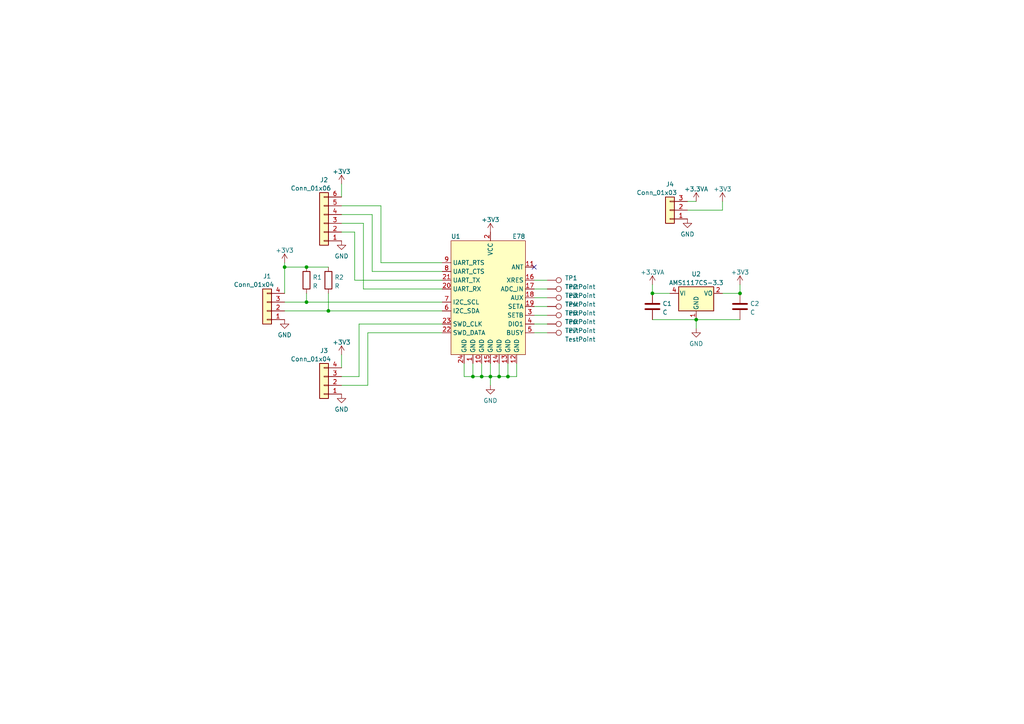
<source format=kicad_sch>
(kicad_sch (version 20230121) (generator eeschema)
  (paper "A4")
  (lib_symbols
    (symbol "Connector:TestPoint" (pin_numbers hide) (pin_names (offset 0.762) hide)
      (property "Reference" "TP" (at 0 6.858 0))
      (property "Value" "TestPoint" (at 0 5.08 0))
      (symbol "TestPoint_0_1"
        (circle (center 0 3.302) (radius 0.762))
      )
      (symbol "TestPoint_1_1"
        (pin passive line (at 0 0 90) (length 2.54) (name "1") (number "1"))
      )
    )
    (symbol "Connector_Generic:Conn_01x03" (pin_names (offset 1.016) hide)
      (property "Reference" "J" (at 0 5.08 0))
      (property "Value" "Conn_01x03" (at 0 -5.08 0))
      (symbol "Conn_01x03_1_1"
        (rectangle (start -1.27 -2.413) (end 0 -2.667) (stroke (width 0.1524)))
        (rectangle (start -1.27 0.127) (end 0 -0.127) (stroke (width 0.1524)))
        (rectangle (start -1.27 2.667) (end 0 2.413) (stroke (width 0.1524)))
        (rectangle (start -1.27 3.81) (end 1.27 -3.81) (stroke (width 0.254)) (fill (type background)))
        (pin passive line (at -5.08 2.54 0) (length 3.81) (name "Pin_1") (number "1"))
        (pin passive line (at -5.08 0 0) (length 3.81) (name "Pin_2") (number "2"))
        (pin passive line (at -5.08 -2.54 0) (length 3.81) (name "Pin_3") (number "3"))
      )
    )
    (symbol "Connector_Generic:Conn_01x04" (pin_names (offset 1.016) hide)
      (property "Reference" "J" (at 0 5.08 0))
      (property "Value" "Conn_01x04" (at 0 -7.62 0))
      (symbol "Conn_01x04_1_1"
        (rectangle (start -1.27 -4.953) (end 0 -5.207) (stroke (width 0.1524)))
        (rectangle (start -1.27 -2.413) (end 0 -2.667) (stroke (width 0.1524)))
        (rectangle (start -1.27 0.127) (end 0 -0.127) (stroke (width 0.1524)))
        (rectangle (start -1.27 2.667) (end 0 2.413) (stroke (width 0.1524)))
        (rectangle (start -1.27 3.81) (end 1.27 -6.35) (stroke (width 0.254)) (fill (type background)))
        (pin passive line (at -5.08 2.54 0) (length 3.81) (name "Pin_1") (number "1"))
        (pin passive line (at -5.08 0 0) (length 3.81) (name "Pin_2") (number "2"))
        (pin passive line (at -5.08 -2.54 0) (length 3.81) (name "Pin_3") (number "3"))
        (pin passive line (at -5.08 -5.08 0) (length 3.81) (name "Pin_4") (number "4"))
      )
    )
    (symbol "Connector_Generic:Conn_01x06" (pin_names (offset 1.016) hide)
      (property "Reference" "J" (at 0 7.62 0))
      (property "Value" "Conn_01x06" (at 0 -10.16 0))
      (symbol "Conn_01x06_1_1"
        (rectangle (start -1.27 -7.493) (end 0 -7.747) (stroke (width 0.1524)))
        (rectangle (start -1.27 -4.953) (end 0 -5.207) (stroke (width 0.1524)))
        (rectangle (start -1.27 -2.413) (end 0 -2.667) (stroke (width 0.1524)))
        (rectangle (start -1.27 0.127) (end 0 -0.127) (stroke (width 0.1524)))
        (rectangle (start -1.27 2.667) (end 0 2.413) (stroke (width 0.1524)))
        (rectangle (start -1.27 5.207) (end 0 4.953) (stroke (width 0.1524)))
        (rectangle (start -1.27 6.35) (end 1.27 -8.89) (stroke (width 0.254)) (fill (type background)))
        (pin passive line (at -5.08 5.08 0) (length 3.81) (name "Pin_1") (number "1"))
        (pin passive line (at -5.08 2.54 0) (length 3.81) (name "Pin_2") (number "2"))
        (pin passive line (at -5.08 0 0) (length 3.81) (name "Pin_3") (number "3"))
        (pin passive line (at -5.08 -2.54 0) (length 3.81) (name "Pin_4") (number "4"))
        (pin passive line (at -5.08 -5.08 0) (length 3.81) (name "Pin_5") (number "5"))
        (pin passive line (at -5.08 -7.62 0) (length 3.81) (name "Pin_6") (number "6"))
      )
    )
    (symbol "Device:C" (pin_numbers hide) (pin_names (offset 0.254))
      (property "Reference" "C" (at 0.635 2.54 0))
      (property "Value" "C" (at 0.635 -2.54 0))
      (symbol "C_0_1"
        (polyline (pts (xy -2.032 -0.762) (xy 2.032 -0.762)) (stroke (width 0.508)))
        (polyline (pts (xy -2.032 0.762) (xy 2.032 0.762)) (stroke (width 0.508)))
      )
      (symbol "C_1_1"
        (pin passive line (at 0 3.81 270) (length 2.794) (name "~") (number "1"))
        (pin passive line (at 0 -3.81 90) (length 2.794) (name "~") (number "2"))
      )
    )
    (symbol "Device:R" (pin_numbers hide) (pin_names (offset 0))
      (property "Reference" "R" (at 2.032 0 90))
      (property "Value" "R" (at 0 0 90))
      (symbol "R_0_1"
        (rectangle (start -1.016 -2.54) (end 1.016 2.54) (stroke (width 0.254)))
      )
      (symbol "R_1_1"
        (pin passive line (at 0 3.81 270) (length 1.27) (name "~") (number "1"))
        (pin passive line (at 0 -3.81 90) (length 1.27) (name "~") (number "2"))
      )
    )
    (symbol "Regulator_Linear:AMS1117CS-3.3" (pin_names (offset 0.254))
      (property "Reference" "U" (at -3.81 3.175 0))
      (property "Value" "AMS1117CS-3.3" (at 0 3.175 0))
      (symbol "AMS1117CS-3.3_0_1"
        (rectangle (start -5.08 -5.08) (end 5.08 1.905) (stroke (width 0.254)) (fill (type background)))
      )
      (symbol "AMS1117CS-3.3_1_1"
        (pin power_in line (at 0 -7.62 90) (length 2.54) (name "GND") (number "1"))
        (pin power_out line (at 7.62 0 180) (length 2.54) (name "VO") (number "2"))
        (pin passive line (at 7.62 0 180) (length 2.54) hide (name "VO") (number "3"))
        (pin power_in line (at -7.62 0 0) (length 2.54) (name "VI") (number "4"))
        (pin no_connect line (at -2.54 -2.54 180) (length 2.54) hide (name "NC") (number "5"))
        (pin passive line (at 7.62 0 180) (length 2.54) hide (name "VO") (number "6"))
        (pin passive line (at 7.62 0 180) (length 2.54) hide (name "VO") (number "7"))
        (pin no_connect line (at 2.54 -2.54 0) (length 2.54) hide (name "NC") (number "8"))
      )
    )
    (symbol "ebyte:E78"
      (property "Reference" "U?" (at 1.27 34.29 0))
      (property "Value" "E78" (at 19.05 34.29 0))
      (symbol "E78_0_1"
        (rectangle (start 0 33.02) (end 21.59 0) (stroke (width 0.1524)) (fill (type background)))
      )
      (symbol "E78_1_1"
        (pin power_out line (at 6.35 -2.54 90) (length 2.54) (name "GND") (number "1"))
        (pin power_out line (at 8.89 -2.54 90) (length 2.54) (name "GND") (number "10"))
        (pin unspecified line (at 24.13 25.4 180) (length 2.54) (name "ANT") (number "11"))
        (pin power_out line (at 19.05 -2.54 90) (length 2.54) (name "GND") (number "12"))
        (pin power_out line (at 16.51 -2.54 90) (length 2.54) (name "GND") (number "13"))
        (pin power_out line (at 13.97 -2.54 90) (length 2.54) (name "GND") (number "14"))
        (pin power_out line (at 11.43 -2.54 90) (length 2.54) (name "GND") (number "15"))
        (pin input line (at 24.13 21.59 180) (length 2.54) (name "XRES") (number "16"))
        (pin input line (at 24.13 19.05 180) (length 2.54) (name "ADC_IN") (number "17"))
        (pin bidirectional line (at 24.13 16.51 180) (length 2.54) (name "AUX") (number "18"))
        (pin bidirectional line (at 24.13 13.97 180) (length 2.54) (name "SETA") (number "19"))
        (pin power_in line (at 11.43 35.56 270) (length 2.54) (name "VCC") (number "2"))
        (pin bidirectional line (at -2.54 19.05 0) (length 2.54) (name "UART_RX") (number "20"))
        (pin bidirectional line (at -2.54 21.59 0) (length 2.54) (name "UART_TX") (number "21"))
        (pin bidirectional line (at -2.54 6.35 0) (length 2.54) (name "SWD_DATA") (number "22"))
        (pin bidirectional line (at -2.54 8.89 0) (length 2.54) (name "SWD_CLK") (number "23"))
        (pin power_out line (at 3.81 -2.54 90) (length 2.54) (name "GND") (number "24"))
        (pin input line (at 24.13 11.43 180) (length 2.54) (name "SETB") (number "3"))
        (pin bidirectional line (at 24.13 8.89 180) (length 2.54) (name "DIO1") (number "4"))
        (pin bidirectional line (at 24.13 6.35 180) (length 2.54) (name "BUSY") (number "5"))
        (pin open_collector line (at -2.54 12.7 0) (length 2.54) (name "I2C_SDA") (number "6"))
        (pin open_collector line (at -2.54 15.24 0) (length 2.54) (name "I2C_SCL") (number "7"))
        (pin bidirectional line (at -2.54 24.13 0) (length 2.54) (name "UART_CTS") (number "8"))
        (pin bidirectional line (at -2.54 26.67 0) (length 2.54) (name "UART_RTS") (number "9"))
      )
    )
    (symbol "power:+3.3V" (power) (pin_names (offset 0))
      (property "Value" "+3.3V" (at 0 3.556 0))
      (symbol "+3.3V_0_1"
        (polyline (pts (xy -0.762 1.27) (xy 0 2.54)))
        (polyline (pts (xy 0 0) (xy 0 2.54)))
        (polyline (pts (xy 0 2.54) (xy 0.762 1.27)))
      )
      (symbol "+3.3V_1_1"
        (pin power_in line (at 0 0 90) (length 0) hide (name "+3V3") (number "1"))
      )
    )
    (symbol "power:+3.3VA" (power) (pin_names (offset 0))
      (property "Value" "+3.3VA" (at 0 3.556 0))
      (symbol "+3.3VA_0_1"
        (polyline (pts (xy -0.762 1.27) (xy 0 2.54)))
        (polyline (pts (xy 0 0) (xy 0 2.54)))
        (polyline (pts (xy 0 2.54) (xy 0.762 1.27)))
      )
      (symbol "+3.3VA_1_1"
        (pin power_in line (at 0 0 90) (length 0) hide (name "+3.3VA") (number "1"))
      )
    )
    (symbol "power:GND" (power) (pin_names (offset 0))
      (property "Value" "GND" (at 0 -3.81 0))
      (symbol "GND_0_1"
        (polyline (pts (xy 0 0) (xy 0 -1.27) (xy 1.27 -1.27) (xy 0 -2.54) (xy -1.27 -1.27) (xy 0 -1.27)))
      )
      (symbol "GND_1_1"
        (pin power_in line (at 0 0 270) (length 0) hide (name "GND") (number "1"))
      )
    )
  )
  (junction (at 201.93 92.71))
  (junction (at 139.7 109.22))
  (junction (at 82.55 77.47))
  (junction (at 95.25 90.17))
  (junction (at 214.63 85.09))
  (junction (at 189.23 85.09))
  (junction (at 137.16 109.22))
  (junction (at 144.78 109.22))
  (junction (at 142.24 109.22))
  (junction (at 147.32 109.22))
  (junction (at 88.9 77.47))
  (junction (at 88.9 87.63))
  (no_connect (at 154.94 77.47))
  (wire (pts (xy 128.27 83.82) (xy 105.41 83.82)))
  (wire (pts (xy 142.24 109.22) (xy 139.7 109.22)))
  (wire (pts (xy 209.55 60.96) (xy 209.55 58.42)))
  (wire (pts (xy 154.94 81.28) (xy 158.75 81.28)))
  (wire (pts (xy 82.55 87.63) (xy 88.9 87.63)))
  (wire (pts (xy 147.32 105.41) (xy 147.32 109.22)))
  (wire (pts (xy 82.55 77.47) (xy 88.9 77.47)))
  (wire (pts (xy 105.41 64.77) (xy 99.06 64.77)))
  (wire (pts (xy 105.41 83.82) (xy 105.41 64.77)))
  (wire (pts (xy 209.55 85.09) (xy 214.63 85.09)))
  (wire (pts (xy 144.78 109.22) (xy 147.32 109.22)))
  (wire (pts (xy 107.95 62.23) (xy 99.06 62.23)))
  (wire (pts (xy 201.93 92.71) (xy 214.63 92.71)))
  (wire (pts (xy 128.27 96.52) (xy 106.68 96.52)))
  (wire (pts (xy 142.24 111.76) (xy 142.24 109.22)))
  (wire (pts (xy 214.63 85.09) (xy 214.63 82.55)))
  (wire (pts (xy 139.7 109.22) (xy 137.16 109.22)))
  (wire (pts (xy 201.93 92.71) (xy 201.93 95.25)))
  (wire (pts (xy 102.87 67.31) (xy 99.06 67.31)))
  (wire (pts (xy 99.06 59.69) (xy 110.49 59.69)))
  (wire (pts (xy 128.27 78.74) (xy 107.95 78.74)))
  (wire (pts (xy 154.94 83.82) (xy 158.75 83.82)))
  (wire (pts (xy 199.39 60.96) (xy 209.55 60.96)))
  (wire (pts (xy 104.14 93.98) (xy 128.27 93.98)))
  (wire (pts (xy 82.55 77.47) (xy 82.55 85.09)))
  (wire (pts (xy 142.24 109.22) (xy 144.78 109.22)))
  (wire (pts (xy 102.87 67.31) (xy 102.87 81.28)))
  (wire (pts (xy 194.31 85.09) (xy 189.23 85.09)))
  (wire (pts (xy 95.25 90.17) (xy 128.27 90.17)))
  (wire (pts (xy 189.23 85.09) (xy 189.23 82.55)))
  (wire (pts (xy 137.16 109.22) (xy 134.62 109.22)))
  (wire (pts (xy 106.68 96.52) (xy 106.68 111.76)))
  (wire (pts (xy 142.24 105.41) (xy 142.24 109.22)))
  (wire (pts (xy 154.94 88.9) (xy 158.75 88.9)))
  (wire (pts (xy 82.55 76.2) (xy 82.55 77.47)))
  (wire (pts (xy 134.62 109.22) (xy 134.62 105.41)))
  (wire (pts (xy 149.86 109.22) (xy 149.86 105.41)))
  (wire (pts (xy 147.32 109.22) (xy 149.86 109.22)))
  (wire (pts (xy 106.68 111.76) (xy 99.06 111.76)))
  (wire (pts (xy 154.94 93.98) (xy 158.75 93.98)))
  (wire (pts (xy 99.06 109.22) (xy 104.14 109.22)))
  (wire (pts (xy 110.49 76.2) (xy 128.27 76.2)))
  (wire (pts (xy 107.95 78.74) (xy 107.95 62.23)))
  (wire (pts (xy 99.06 102.87) (xy 99.06 106.68)))
  (wire (pts (xy 154.94 86.36) (xy 158.75 86.36)))
  (wire (pts (xy 189.23 92.71) (xy 201.93 92.71)))
  (wire (pts (xy 88.9 85.09) (xy 88.9 87.63)))
  (wire (pts (xy 82.55 90.17) (xy 95.25 90.17)))
  (wire (pts (xy 144.78 105.41) (xy 144.78 109.22)))
  (wire (pts (xy 137.16 105.41) (xy 137.16 109.22)))
  (wire (pts (xy 95.25 85.09) (xy 95.25 90.17)))
  (wire (pts (xy 199.39 58.42) (xy 201.93 58.42)))
  (wire (pts (xy 99.06 53.34) (xy 99.06 57.15)))
  (wire (pts (xy 104.14 93.98) (xy 104.14 109.22)))
  (wire (pts (xy 88.9 87.63) (xy 128.27 87.63)))
  (wire (pts (xy 88.9 77.47) (xy 95.25 77.47)))
  (wire (pts (xy 110.49 59.69) (xy 110.49 76.2)))
  (wire (pts (xy 102.87 81.28) (xy 128.27 81.28)))
  (wire (pts (xy 139.7 105.41) (xy 139.7 109.22)))
  (wire (pts (xy 154.94 96.52) (xy 158.75 96.52)))
  (wire (pts (xy 154.94 91.44) (xy 158.75 91.44)))
  (symbol (lib_id "power:+3.3V") (at 82.55 76.2 0) (unit 1)
    (property "Reference" "#PWR01" (effects hide))
    (property "Value" "+3.3V" (at 82.55 72.6242 0))
  )
  (symbol (lib_id "power:GND") (at 99.06 69.85 0) (unit 1)
    (property "Reference" "#PWR04" (effects hide))
    (property "Value" "GND" (at 99.06 74.2934 0))
  )
  (symbol (lib_id "Regulator_Linear:AMS1117CS-3.3") (at 201.93 85.09 0) (unit 1)
    (property "Reference" "U2" (at 201.93 79.4852 0))
    (property "Value" "AMS1117CS-3.3" (at 201.93 82.0221 0))
    (property "Footprint" "Package_SO:SOIC-8_3.9x4.9mm_P1.27mm" (effects hide))
    (property "Datasheet" "http://www.advanced-monolithic.com/pdf/ds1117.pdf" (effects hide))
  )
  (symbol (lib_id "power:GND") (at 99.06 114.3 0) (unit 1)
    (property "Reference" "#PWR06" (effects hide))
    (property "Value" "GND" (at 99.06 118.7434 0))
  )
  (symbol (lib_id "power:+3.3V") (at 142.24 67.31 0) (unit 1)
    (property "Reference" "#PWR07" (effects hide))
    (property "Value" "+3.3V" (at 142.24 63.7342 0))
  )
  (symbol (lib_id "Connector:TestPoint") (at 158.75 91.44 270) (unit 1)
    (property "Reference" "TP5" (at 163.83 90.805 90) (effects (justify left)))
    (property "Value" "TestPoint" (at 163.83 93.345 90) (effects (justify left)))
    (property "Footprint" "TestPoint:TestPoint_Pad_D1.5mm" (effects hide))
  )
  (symbol (lib_id "Connector:TestPoint") (at 158.75 88.9 270) (unit 1)
    (property "Reference" "TP4" (at 163.83 88.265 90) (effects (justify left)))
    (property "Value" "TestPoint" (at 163.83 90.805 90) (effects (justify left)))
    (property "Footprint" "TestPoint:TestPoint_Pad_D1.5mm" (effects hide))
  )
  (symbol (lib_id "Connector_Generic:Conn_01x03") (at 194.31 60.96 180) (unit 1)
    (property "Reference" "J4" (at 194.31 53.4502 0))
    (property "Value" "Conn_01x03" (at 190.5 55.88 0))
    (property "Footprint" "Connector_PinSocket_2.54mm:PinSocket_1x03_P2.54mm_Vertical" (effects hide))
  )
  (symbol (lib_id "Connector:TestPoint") (at 158.75 81.28 270) (unit 1)
    (property "Reference" "TP1" (at 163.83 80.645 90) (effects (justify left)))
    (property "Value" "TestPoint" (at 163.83 83.185 90) (effects (justify left)))
    (property "Footprint" "TestPoint:TestPoint_Pad_D1.5mm" (effects hide))
  )
  (symbol (lib_id "power:+3.3VA") (at 189.23 82.55 0) (unit 1)
    (property "Reference" "#PWR09" (effects hide))
    (property "Value" "+3.3VA" (at 189.23 78.9742 0))
  )
  (symbol (lib_id "power:+3.3V") (at 209.55 58.42 0) (unit 1)
    (property "Reference" "#PWR013" (effects hide))
    (property "Value" "+3.3V" (at 209.55 54.8442 0))
  )
  (symbol (lib_id "Connector:TestPoint") (at 158.75 93.98 270) (unit 1)
    (property "Reference" "TP6" (at 163.83 93.345 90) (effects (justify left)))
    (property "Value" "TestPoint" (at 163.83 95.885 90) (effects (justify left)))
    (property "Footprint" "TestPoint:TestPoint_Pad_D1.5mm" (effects hide))
  )
  (symbol (lib_id "Device:C") (at 189.23 88.9 0) (unit 1)
    (property "Reference" "C1" (at 192.151 88.0653 0) (effects (justify left)))
    (property "Value" "C" (at 192.151 90.6022 0) (effects (justify left)))
    (property "Footprint" "Capacitor_SMD:C_0805_2012Metric_Pad1.18x1.45mm_HandSolder" (effects hide))
  )
  (symbol (lib_id "Connector_Generic:Conn_01x04") (at 93.98 111.76 180) (unit 1)
    (property "Reference" "J3" (at 93.98 101.7102 0))
    (property "Value" "Conn_01x04" (at 90.17 104.14 0))
    (property "Footprint" "Connector_PinSocket_2.54mm:PinSocket_1x04_P2.54mm_Vertical" (effects hide))
  )
  (symbol (lib_id "power:+3.3V") (at 99.06 102.87 0) (unit 1)
    (property "Reference" "#PWR05" (effects hide))
    (property "Value" "+3.3V" (at 99.06 99.2942 0))
  )
  (symbol (lib_id "Connector_Generic:Conn_01x06") (at 93.98 64.77 180) (unit 1)
    (property "Reference" "J2" (at 93.98 52.1802 0))
    (property "Value" "Conn_01x06" (at 90.17 54.61 0))
    (property "Footprint" "Connector_PinSocket_2.54mm:PinSocket_1x06_P2.54mm_Vertical" (effects hide))
  )
  (symbol (lib_id "Connector:TestPoint") (at 158.75 86.36 270) (unit 1)
    (property "Reference" "TP3" (at 163.83 85.725 90) (effects (justify left)))
    (property "Value" "TestPoint" (at 163.83 88.265 90) (effects (justify left)))
    (property "Footprint" "TestPoint:TestPoint_Pad_D1.5mm" (effects hide))
  )
  (symbol (lib_id "Connector:TestPoint") (at 158.75 96.52 270) (unit 1)
    (property "Reference" "TP7" (at 163.83 95.885 90) (effects (justify left)))
    (property "Value" "TestPoint" (at 163.83 98.425 90) (effects (justify left)))
    (property "Footprint" "TestPoint:TestPoint_Pad_D1.5mm" (effects hide))
  )
  (symbol (lib_id "Connector_Generic:Conn_01x04") (at 77.47 90.17 180) (unit 1)
    (property "Reference" "J1" (at 77.47 80.1202 0))
    (property "Value" "Conn_01x04" (at 73.66 82.55 0))
    (property "Footprint" "Connector_PinSocket_2.54mm:PinSocket_1x04_P2.54mm_Vertical" (effects hide))
  )
  (symbol (lib_id "power:+3.3V") (at 99.06 53.34 0) (unit 1)
    (property "Reference" "#PWR03" (effects hide))
    (property "Value" "+3.3V" (at 99.06 49.7642 0))
  )
  (symbol (lib_id "ebyte:E78") (at 130.81 102.87 0) (unit 1)
    (property "Reference" "U1" (at 130.81 68.58 0) (effects (justify left)))
    (property "Value" "E78" (at 148.59 68.58 0) (effects (justify left)))
    (property "Footprint" "ebyte:ebyte e78" (effects hide))
  )
  (symbol (lib_id "power:GND") (at 142.24 111.76 0) (unit 1)
    (property "Reference" "#PWR08" (effects hide))
    (property "Value" "GND" (at 142.24 116.2034 0))
  )
  (symbol (lib_id "power:GND") (at 82.55 92.71 0) (unit 1)
    (property "Reference" "#PWR02" (effects hide))
    (property "Value" "GND" (at 82.55 97.1534 0))
  )
  (symbol (lib_id "power:+3.3VA") (at 201.93 58.42 0) (unit 1)
    (property "Reference" "#PWR011" (effects hide))
    (property "Value" "+3.3VA" (at 201.93 54.8442 0))
  )
  (symbol (lib_id "Device:C") (at 214.63 88.9 0) (unit 1)
    (property "Reference" "C2" (at 217.551 88.0653 0) (effects (justify left)))
    (property "Value" "C" (at 217.551 90.6022 0) (effects (justify left)))
    (property "Footprint" "Capacitor_SMD:C_0805_2012Metric_Pad1.18x1.45mm_HandSolder" (effects hide))
  )
  (symbol (lib_id "power:GND") (at 199.39 63.5 0) (unit 1)
    (property "Reference" "#PWR010" (effects hide))
    (property "Value" "GND" (at 199.39 67.9434 0))
  )
  (symbol (lib_id "Connector:TestPoint") (at 158.75 83.82 270) (unit 1)
    (property "Reference" "TP2" (at 163.83 83.185 90) (effects (justify left)))
    (property "Value" "TestPoint" (at 163.83 85.725 90) (effects (justify left)))
    (property "Footprint" "TestPoint:TestPoint_Pad_D1.5mm" (effects hide))
  )
  (symbol (lib_id "power:GND") (at 201.93 95.25 0) (unit 1)
    (property "Reference" "#PWR012" (effects hide))
    (property "Value" "GND" (at 201.93 99.6934 0))
  )
  (symbol (lib_id "Device:R") (at 95.25 81.28 0) (unit 1)
    (property "Reference" "R2" (at 97.028 80.4453 0) (effects (justify left)))
    (property "Value" "R" (at 97.028 82.9822 0) (effects (justify left)))
    (property "Footprint" "Resistor_SMD:R_0805_2012Metric_Pad1.20x1.40mm_HandSolder" (effects hide))
  )
  (symbol (lib_id "power:+3.3V") (at 214.63 82.55 0) (unit 1)
    (property "Reference" "#PWR014" (effects hide))
    (property "Value" "+3.3V" (at 214.63 78.9742 0))
  )
  (symbol (lib_id "Device:R") (at 88.9 81.28 0) (unit 1)
    (property "Reference" "R1" (at 90.678 80.4453 0) (effects (justify left)))
    (property "Value" "R" (at 90.678 82.9822 0) (effects (justify left)))
    (property "Footprint" "Resistor_SMD:R_0805_2012Metric_Pad1.20x1.40mm_HandSolder" (effects hide))
  )
)
</source>
